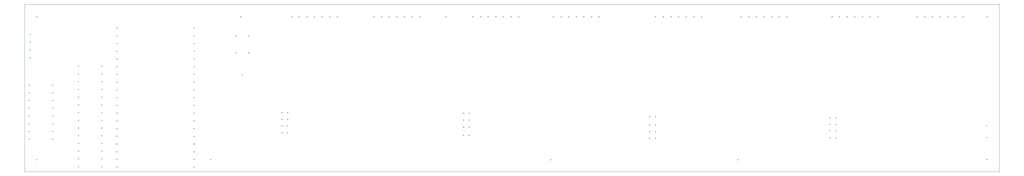
<source format=gko>
%TF.GenerationSoftware,KiCad,Pcbnew,8.0.4*%
%TF.CreationDate,2024-08-06T16:15:28+08:00*%
%TF.ProjectId,LTC6811_ESP32_V2,4c544336-3831-4315-9f45-535033325f56,rev?*%
%TF.SameCoordinates,Original*%
%TF.FileFunction,Profile,NP*%
%FSLAX46Y46*%
G04 Gerber Fmt 4.6, Leading zero omitted, Abs format (unit mm)*
G04 Created by KiCad (PCBNEW 8.0.4) date 2024-08-06 16:15:28*
%MOMM*%
%LPD*%
G01*
G04 APERTURE LIST*
%TA.AperFunction,Profile*%
%ADD10C,0.050000*%
%TD*%
%ADD11C,0.350000*%
G04 APERTURE END LIST*
D10*
X40000000Y-114958072D02*
X360000000Y-114958072D01*
X360000000Y-169958072D01*
X40000000Y-169958072D01*
X40000000Y-114958072D01*
D11*
X355900000Y-165900000D03*
X70365000Y-122780000D03*
X70365000Y-125320000D03*
X70365000Y-127860000D03*
X70365000Y-130400000D03*
X70365000Y-132940000D03*
X70365000Y-135480000D03*
X70365000Y-138020000D03*
X70365000Y-140560000D03*
X70365000Y-143100000D03*
X70365000Y-145640000D03*
X70365000Y-148180000D03*
X70365000Y-150720000D03*
X70365000Y-153260000D03*
X70365000Y-155800000D03*
X70365000Y-158340000D03*
X70365000Y-160880000D03*
X70365000Y-163420000D03*
X70365000Y-165960000D03*
X70365000Y-168500000D03*
X95765000Y-168500000D03*
X95765000Y-165960000D03*
X95765000Y-163420000D03*
X95765000Y-160880000D03*
X95765000Y-158340000D03*
X95765000Y-155800000D03*
X95765000Y-153260000D03*
X95765000Y-150720000D03*
X95765000Y-148180000D03*
X95765000Y-145640000D03*
X95765000Y-143100000D03*
X95765000Y-140560000D03*
X95765000Y-138020000D03*
X95765000Y-135480000D03*
X95765000Y-132940000D03*
X95765000Y-130400000D03*
X95765000Y-127860000D03*
X95765000Y-125320000D03*
X95765000Y-122780000D03*
X355750000Y-154742500D03*
X355750000Y-158702500D03*
X304295000Y-154400000D03*
X306195000Y-154400000D03*
X247150000Y-119000000D03*
X249650000Y-119000000D03*
X252150000Y-119000000D03*
X254650000Y-119000000D03*
X257150000Y-119000000D03*
X259650000Y-119000000D03*
X262150000Y-119000000D03*
X275200000Y-119000000D03*
X277700000Y-119000000D03*
X280200000Y-119000000D03*
X282700000Y-119000000D03*
X285200000Y-119000000D03*
X287700000Y-119000000D03*
X290200000Y-119000000D03*
X356000000Y-119000000D03*
X184095000Y-155300000D03*
X185995000Y-155300000D03*
X178400000Y-119000000D03*
X41600000Y-141460000D03*
X41600000Y-144000000D03*
X41600000Y-146540000D03*
X41600000Y-149080000D03*
X41600000Y-151620000D03*
X41600000Y-154160000D03*
X41600000Y-156700000D03*
X41600000Y-159240000D03*
X49220000Y-159240000D03*
X49220000Y-156700000D03*
X49220000Y-154160000D03*
X49220000Y-151620000D03*
X49220000Y-149080000D03*
X49220000Y-146540000D03*
X49220000Y-144000000D03*
X49220000Y-141460000D03*
X304295000Y-152200000D03*
X306195000Y-152200000D03*
X304300000Y-158800000D03*
X306200000Y-158800000D03*
X320000000Y-119000000D03*
X317500000Y-119000000D03*
X315000000Y-119000000D03*
X312500000Y-119000000D03*
X310000000Y-119000000D03*
X307500000Y-119000000D03*
X305000000Y-119000000D03*
X124495000Y-154900000D03*
X126395000Y-154900000D03*
X184095000Y-153000000D03*
X185995000Y-153000000D03*
X184095000Y-158000000D03*
X185995000Y-158000000D03*
X274100000Y-166000000D03*
X65300000Y-168290000D03*
X65300000Y-165750000D03*
X65300000Y-163210000D03*
X65300000Y-160670000D03*
X65300000Y-158130000D03*
X65300000Y-155590000D03*
X65300000Y-153050000D03*
X65300000Y-150510000D03*
X65300000Y-147970000D03*
X65300000Y-145430000D03*
X65300000Y-142890000D03*
X65300000Y-140350000D03*
X65300000Y-137810000D03*
X65300000Y-135270000D03*
X57680000Y-135270000D03*
X57680000Y-137810000D03*
X57680000Y-140350000D03*
X57680000Y-142890000D03*
X57680000Y-145430000D03*
X57680000Y-147970000D03*
X57680000Y-150510000D03*
X57680000Y-153050000D03*
X57680000Y-155590000D03*
X57680000Y-158130000D03*
X57680000Y-160670000D03*
X57680000Y-163210000D03*
X57680000Y-165750000D03*
X57680000Y-168290000D03*
X127700000Y-119000000D03*
X130200000Y-119000000D03*
X132700000Y-119000000D03*
X135200000Y-119000000D03*
X137700000Y-119000000D03*
X140200000Y-119000000D03*
X142700000Y-119000000D03*
X124495000Y-150500000D03*
X126395000Y-150500000D03*
X111500000Y-138200000D03*
X113600000Y-130900000D03*
X109400000Y-130900000D03*
X113600000Y-125400000D03*
X109400000Y-125400000D03*
X304300000Y-156500000D03*
X306200000Y-156500000D03*
X212700000Y-166000000D03*
X154700000Y-119000000D03*
X157200000Y-119000000D03*
X159700000Y-119000000D03*
X162200000Y-119000000D03*
X164700000Y-119000000D03*
X167200000Y-119000000D03*
X169700000Y-119000000D03*
X44000000Y-119000000D03*
X124495000Y-152700000D03*
X126395000Y-152700000D03*
X187200000Y-119000000D03*
X189700000Y-119000000D03*
X192200000Y-119000000D03*
X194700000Y-119000000D03*
X197200000Y-119000000D03*
X199700000Y-119000000D03*
X202200000Y-119000000D03*
X111000000Y-119000000D03*
X245195000Y-151900000D03*
X247095000Y-151900000D03*
X101100000Y-166000000D03*
X213600000Y-119000000D03*
X216100000Y-119000000D03*
X218600000Y-119000000D03*
X221100000Y-119000000D03*
X223600000Y-119000000D03*
X226100000Y-119000000D03*
X228600000Y-119000000D03*
X333000000Y-119000000D03*
X335500000Y-119000000D03*
X338000000Y-119000000D03*
X340500000Y-119000000D03*
X343000000Y-119000000D03*
X345500000Y-119000000D03*
X348000000Y-119000000D03*
X245195000Y-159000000D03*
X247095000Y-159000000D03*
X44000000Y-166000000D03*
X184095000Y-150800000D03*
X185995000Y-150800000D03*
X245195000Y-156800000D03*
X247095000Y-156800000D03*
X245195000Y-154600000D03*
X247095000Y-154600000D03*
X41900000Y-124860000D03*
X41900000Y-127400000D03*
X41900000Y-129940000D03*
X41900000Y-132480000D03*
X124495000Y-157100000D03*
X126395000Y-157100000D03*
M02*

</source>
